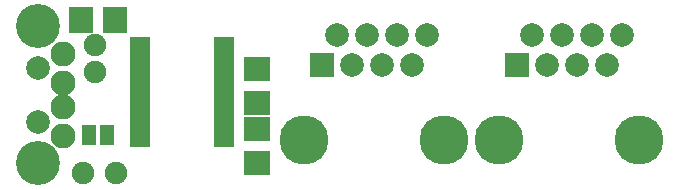
<source format=gts>
G04 (created by PCBNEW-RS274X (2011-07-08)-stable) date Fri 25 Nov 2011 09:09:20 PM EST*
G01*
G70*
G90*
%MOIN*%
G04 Gerber Fmt 3.4, Leading zero omitted, Abs format*
%FSLAX34Y34*%
G04 APERTURE LIST*
%ADD10C,0.006000*%
%ADD11C,0.079100*%
%ADD12C,0.083000*%
%ADD13C,0.146600*%
%ADD14R,0.070000X0.036000*%
%ADD15R,0.045000X0.065000*%
%ADD16C,0.163700*%
%ADD17R,0.079100X0.079100*%
%ADD18R,0.090900X0.082900*%
%ADD19R,0.082900X0.090900*%
%ADD20C,0.075000*%
G04 APERTURE END LIST*
G54D10*
G54D11*
X29400Y-18886D03*
G54D12*
X30226Y-17606D03*
X30227Y-18394D03*
X30226Y-16622D03*
G54D13*
X29400Y-20283D03*
X29400Y-15717D03*
G54D12*
X30227Y-19378D03*
G54D11*
X29400Y-17114D03*
G54D14*
X32800Y-16250D03*
X32800Y-16500D03*
X32800Y-16760D03*
X32800Y-17020D03*
X32800Y-17270D03*
X32800Y-17530D03*
X32800Y-17790D03*
X32800Y-18040D03*
X32800Y-18300D03*
X32800Y-18550D03*
X32800Y-18810D03*
X32800Y-19070D03*
X32800Y-19320D03*
X32800Y-19580D03*
X35600Y-19580D03*
X35600Y-19320D03*
X35600Y-19080D03*
X35600Y-18810D03*
X35600Y-18550D03*
X35600Y-18300D03*
X35600Y-18040D03*
X35600Y-17790D03*
X35600Y-17530D03*
X35600Y-17270D03*
X35600Y-17020D03*
X35600Y-16760D03*
X35600Y-16500D03*
X35600Y-16250D03*
G54D15*
X31700Y-19350D03*
X31100Y-19350D03*
G54D16*
X42938Y-19500D03*
X38265Y-19500D03*
G54D17*
X38850Y-17000D03*
G54D11*
X39350Y-16000D03*
X39850Y-17000D03*
X40350Y-16000D03*
X40850Y-17000D03*
X41350Y-16000D03*
X41850Y-17000D03*
X42350Y-16000D03*
G54D16*
X49438Y-19500D03*
X44765Y-19500D03*
G54D17*
X45350Y-17000D03*
G54D11*
X45850Y-16000D03*
X46350Y-17000D03*
X46850Y-16000D03*
X47350Y-17000D03*
X47850Y-16000D03*
X48350Y-17000D03*
X48850Y-16000D03*
G54D18*
X36700Y-20259D03*
X36700Y-19141D03*
X36700Y-17141D03*
X36700Y-18259D03*
G54D19*
X30841Y-15500D03*
X31959Y-15500D03*
G54D20*
X30900Y-20600D03*
X31300Y-16350D03*
X31300Y-17250D03*
X32000Y-20600D03*
M02*

</source>
